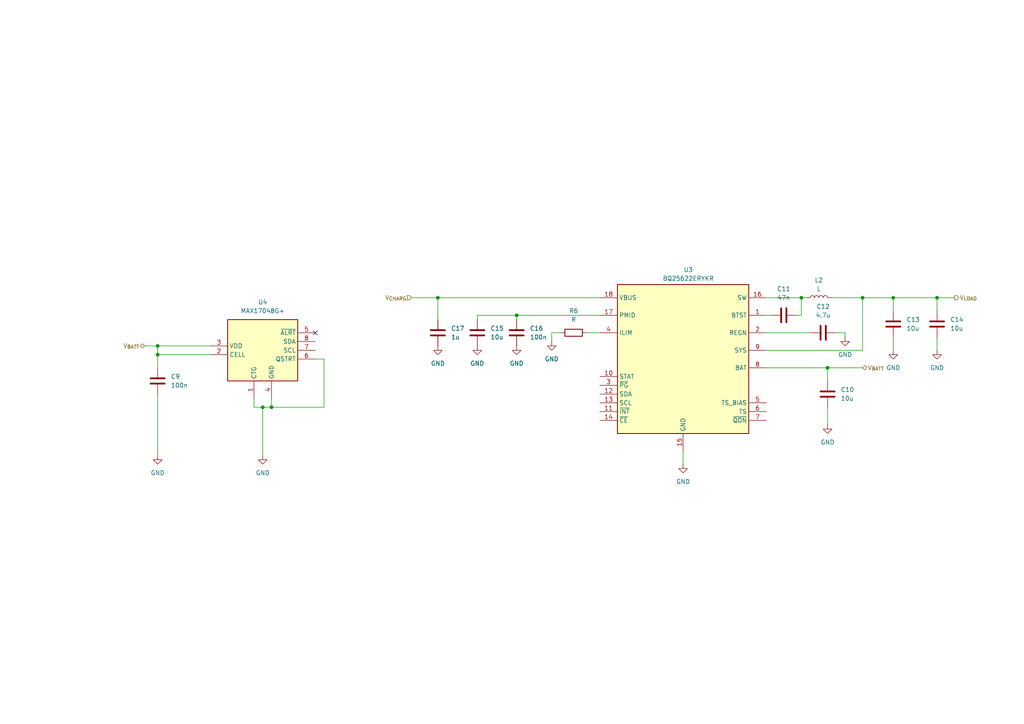
<source format=kicad_sch>
(kicad_sch (version 20250114) (generator "eeschema") (generator_version "9.0")
  (paper "A4")
  (lib_symbols
    (symbol "Device:C" (pin_numbers (hide yes)) (pin_names (offset 0.254))
      (property "Reference" "C" (at 0.635 2.54 0))
      (property "Value" "C" (at 0.635 -2.54 0))
      (symbol "C_0_1"
        (polyline (pts (xy -2.032 0.762) (xy 2.032 0.762)) (stroke (width 0.508)))
        (polyline (pts (xy -2.032 -0.762) (xy 2.032 -0.762)) (stroke (width 0.508)))
      )
      (symbol "C_1_1"
        (pin passive line (at 0 3.81 270) (length 2.794) (name "~") (number "1"))
        (pin passive line (at 0 -3.81 90) (length 2.794) (name "~") (number "2"))
      )
    )
    (symbol "Device:L" (pin_numbers (hide yes)) (pin_names (offset 1.016) (hide yes))
      (property "Reference" "L" (at -1.27 0 90))
      (property "Value" "L" (at 1.905 0 90))
      (symbol "L_0_1"
        (arc (start 0 2.54) (mid 0.6323 1.905) (end 0 1.27))
        (arc (start 0 1.27) (mid 0.6323 0.635) (end 0 0))
        (arc (start 0 0) (mid 0.6323 -0.635) (end 0 -1.27))
        (arc (start 0 -1.27) (mid 0.6323 -1.905) (end 0 -2.54))
      )
      (symbol "L_1_1"
        (pin passive line (at 0 3.81 270) (length 1.27) (name "1") (number "1"))
        (pin passive line (at 0 -3.81 90) (length 1.27) (name "2") (number "2"))
      )
    )
    (symbol "Device:R" (pin_numbers (hide yes)) (pin_names (offset 0))
      (property "Reference" "R" (at 2.032 0 90))
      (property "Value" "R" (at 0 0 90))
      (symbol "R_0_1"
        (rectangle (start -1.016 -2.54) (end 1.016 2.54) (stroke (width 0.254)))
      )
      (symbol "R_1_1"
        (pin passive line (at 0 3.81 270) (length 1.27) (name "~") (number "1"))
        (pin passive line (at 0 -3.81 90) (length 1.27) (name "~") (number "2"))
      )
    )
    (symbol "hwboard-bike-computer:BQ25622ERYKR"
      (property "Reference" "U" (at 20.32 6.858 0))
      (property "Value" "BQ25622ERYKR" (at 17.526 4.572 0))
      (symbol "BQ25622ERYKR_1_1"
        (rectangle (start 5.08 2.54) (end 43.18 -40.64) (stroke (width 0.254)) (fill (type background)))
        (pin passive line (at 0 -1.27 0) (length 5.08) (name "VBUS") (number "18"))
        (pin passive line (at 0 -6.35 0) (length 5.08) (name "PMID") (number "17"))
        (pin passive line (at 0 -11.43 0) (length 5.08) (name "ILIM") (number "4"))
        (pin passive line (at 0 -24.13 0) (length 5.08) (name "STAT") (number "10"))
        (pin passive line (at 0 -26.67 0) (length 5.08) (name "~{PG}") (number "3"))
        (pin passive line (at 0 -29.21 0) (length 5.08) (name "SDA") (number "12"))
        (pin passive line (at 0 -31.75 0) (length 5.08) (name "SCL") (number "13"))
        (pin passive line (at 0 -34.29 0) (length 5.08) (name "~{INT}") (number "11"))
        (pin passive line (at 0 -36.83 0) (length 5.08) (name "~{CE}") (number "14"))
        (pin passive line (at 24.13 -45.72 90) (length 5.08) (name "GND") (number "15"))
        (pin passive line (at 48.26 -1.27 180) (length 5.08) (name "SW") (number "16"))
        (pin passive line (at 48.26 -6.35 180) (length 5.08) (name "BTST") (number "1"))
        (pin passive line (at 48.26 -11.43 180) (length 5.08) (name "REGN") (number "2"))
        (pin passive line (at 48.26 -16.51 180) (length 5.08) (name "SYS") (number "9"))
        (pin passive line (at 48.26 -21.59 180) (length 5.08) (name "BAT") (number "8"))
        (pin passive line (at 48.26 -31.75 180) (length 5.08) (name "TS_BIAS") (number "5"))
        (pin passive line (at 48.26 -34.29 180) (length 5.08) (name "TS") (number "6"))
        (pin passive line (at 48.26 -36.83 180) (length 5.08) (name "~{QON}") (number "7"))
      )
    )
    (symbol "hwboard-bike-computer:MAX17048G+"
      (property "Reference" "U" (at 9.906 7.112 0))
      (property "Value" "MAX17048G+" (at 9.906 4.572 0))
      (symbol "MAX17048G+_1_1"
        (rectangle (start 5.08 2.54) (end 25.4 -15.24) (stroke (width 0.254)) (fill (type background)))
        (pin passive line (at 0 -5.08 0) (length 5.08) (name "VDD") (number "3"))
        (pin passive line (at 0 -7.62 0) (length 5.08) (name "CELL") (number "2"))
        (pin passive line (at 12.7 -20.32 90) (length 5.08) (name "CTG") (number "1"))
        (pin passive line (at 17.78 -20.32 90) (length 5.08) (name "GND") (number "4"))
        (pin passive line (at 17.78 -20.32 90) (length 5.08) (hide yes) (name "EP") (number "9"))
        (pin passive line (at 30.48 -1.27 180) (length 5.08) (name "~{ALRT}") (number "5"))
        (pin passive line (at 30.48 -3.81 180) (length 5.08) (name "SDA") (number "8"))
        (pin passive line (at 30.48 -6.35 180) (length 5.08) (name "SCL") (number "7"))
        (pin passive line (at 30.48 -8.89 180) (length 5.08) (name "QSTRT") (number "6"))
      )
    )
    (symbol "power:GND" (power) (pin_numbers (hide yes)) (pin_names (offset 0) (hide yes))
      (property "Value" "GND" (at 0 -3.81 0))
      (symbol "GND_0_1"
        (polyline (pts (xy 0 0) (xy 0 -1.27) (xy 1.27 -1.27) (xy 0 -2.54) (xy -1.27 -1.27) (xy 0 -1.27)))
      )
      (symbol "GND_1_1"
        (pin power_in line (at 0 0 270) (length 0) (name "~") (number "1"))
      )
    )
  )
  (junction (at 149.86 91.44))
  (junction (at 232.41 86.36))
  (junction (at 271.78 86.36))
  (junction (at 250.19 86.36))
  (junction (at 45.72 102.87))
  (junction (at 240.03 106.68))
  (junction (at 45.72 100.33))
  (junction (at 259.08 86.36))
  (junction (at 78.74 118.11))
  (junction (at 76.2 118.11))
  (junction (at 127 86.36))
  (no_connect (at 91.44 96.52))
  (wire (pts (xy 271.78 86.36) (xy 276.86 86.36)))
  (wire (pts (xy 45.72 100.33) (xy 45.72 102.87)))
  (wire (pts (xy 41.91 100.33) (xy 45.72 100.33)))
  (wire (pts (xy 78.74 115.57) (xy 78.74 118.11)))
  (wire (pts (xy 222.25 96.52) (xy 234.95 96.52)))
  (wire (pts (xy 222.25 86.36) (xy 232.41 86.36)))
  (wire (pts (xy 149.86 91.44) (xy 149.86 92.71)))
  (wire (pts (xy 222.25 91.44) (xy 223.52 91.44)))
  (wire (pts (xy 232.41 91.44) (xy 232.41 86.36)))
  (wire (pts (xy 91.44 104.14) (xy 93.98 104.14)))
  (wire (pts (xy 259.08 86.36) (xy 259.08 90.17)))
  (wire (pts (xy 232.41 86.36) (xy 233.68 86.36)))
  (wire (pts (xy 240.03 106.68) (xy 240.03 110.49)))
  (wire (pts (xy 222.25 101.6) (xy 250.19 101.6)))
  (wire (pts (xy 93.98 118.11) (xy 78.74 118.11)))
  (wire (pts (xy 119.38 86.36) (xy 127 86.36)))
  (wire (pts (xy 138.43 92.71) (xy 138.43 91.44)))
  (wire (pts (xy 198.12 130.81) (xy 198.12 134.62)))
  (wire (pts (xy 45.72 102.87) (xy 60.96 102.87)))
  (wire (pts (xy 73.66 118.11) (xy 73.66 115.57)))
  (wire (pts (xy 127 86.36) (xy 127 92.71)))
  (wire (pts (xy 45.72 100.33) (xy 60.96 100.33)))
  (wire (pts (xy 138.43 91.44) (xy 149.86 91.44)))
  (wire (pts (xy 170.18 96.52) (xy 173.99 96.52)))
  (wire (pts (xy 222.25 106.68) (xy 240.03 106.68)))
  (wire (pts (xy 160.02 96.52) (xy 162.56 96.52)))
  (wire (pts (xy 240.03 118.11) (xy 240.03 123.19)))
  (wire (pts (xy 250.19 101.6) (xy 250.19 86.36)))
  (wire (pts (xy 240.03 106.68) (xy 250.19 106.68)))
  (wire (pts (xy 259.08 97.79) (xy 259.08 101.6)))
  (wire (pts (xy 259.08 86.36) (xy 250.19 86.36)))
  (wire (pts (xy 76.2 132.08) (xy 76.2 118.11)))
  (wire (pts (xy 127 86.36) (xy 173.99 86.36)))
  (wire (pts (xy 271.78 97.79) (xy 271.78 101.6)))
  (wire (pts (xy 93.98 104.14) (xy 93.98 118.11)))
  (wire (pts (xy 242.57 96.52) (xy 245.11 96.52)))
  (wire (pts (xy 45.72 114.3) (xy 45.72 132.08)))
  (wire (pts (xy 76.2 118.11) (xy 78.74 118.11)))
  (wire (pts (xy 245.11 96.52) (xy 245.11 97.79)))
  (wire (pts (xy 149.86 91.44) (xy 173.99 91.44)))
  (wire (pts (xy 271.78 86.36) (xy 259.08 86.36)))
  (wire (pts (xy 160.02 99.06) (xy 160.02 96.52)))
  (wire (pts (xy 250.19 86.36) (xy 241.3 86.36)))
  (wire (pts (xy 231.14 91.44) (xy 232.41 91.44)))
  (wire (pts (xy 76.2 118.11) (xy 73.66 118.11)))
  (wire (pts (xy 271.78 90.17) (xy 271.78 86.36)))
  (wire (pts (xy 45.72 102.87) (xy 45.72 106.68)))
  (hierarchical_label "V_{CHARG}" (shape input) (at 119.38 86.36 180))
  (hierarchical_label "V_{BATT}" (shape bidirectional) (at 250.19 106.68 0))
  (hierarchical_label "V_{BATT}" (shape bidirectional) (at 41.91 100.33 180))
  (hierarchical_label "V_{LOAD}" (shape output) (at 276.86 86.36 0))
  (symbol (lib_id "power:GND") (at 271.78 101.6 0) (unit 1)
    (property "Reference" "#PWR018" (effects (hide yes)))
    (property "Value" "GND" (at 271.78 106.68 0))
    (property "Description" "Power symbol creates a global label with name \"GND\" , ground" (effects (hide yes)))
  )
  (symbol (lib_id "power:GND") (at 160.02 99.06 0) (unit 1)
    (property "Reference" "#PWR021" (effects (hide yes)))
    (property "Value" "GND" (at 160.02 104.14 0))
    (property "Description" "Power symbol creates a global label with name \"GND\" , ground" (effects (hide yes)))
  )
  (symbol (lib_id "Device:C") (at 238.76 96.52 270) (unit 1)
    (property "Reference" "C12" (at 238.76 88.9 90))
    (property "Value" "4.7u" (at 238.76 91.44 90))
    (property "Description" "Unpolarized capacitor" (effects (hide yes)))
  )
  (symbol (lib_id "power:GND") (at 240.03 123.19 0) (unit 1)
    (property "Reference" "#PWR019" (effects (hide yes)))
    (property "Value" "GND" (at 240.03 128.27 0))
    (property "Description" "Power symbol creates a global label with name \"GND\" , ground" (effects (hide yes)))
  )
  (symbol (lib_id "Device:C") (at 271.78 93.98 0) (unit 1)
    (property "Reference" "C14" (at 275.59 92.7099 0) (effects (justify left)))
    (property "Value" "10u" (at 275.59 95.2499 0) (effects (justify left)))
    (property "Description" "Unpolarized capacitor" (effects (hide yes)))
  )
  (symbol (lib_id "power:GND") (at 149.86 100.33 0) (unit 1)
    (property "Reference" "#PWR023" (effects (hide yes)))
    (property "Value" "GND" (at 149.86 105.41 0))
    (property "Description" "Power symbol creates a global label with name \"GND\" , ground" (effects (hide yes)))
  )
  (symbol (lib_id "Device:C") (at 240.03 114.3 0) (unit 1)
    (property "Reference" "C10" (at 243.84 113.0299 0) (effects (justify left)))
    (property "Value" "10u" (at 243.84 115.5699 0) (effects (justify left)))
    (property "Description" "Unpolarized capacitor" (effects (hide yes)))
  )
  (symbol (lib_id "power:GND") (at 198.12 134.62 0) (unit 1)
    (property "Reference" "#PWR020" (effects (hide yes)))
    (property "Value" "GND" (at 198.12 139.7 0))
    (property "Description" "Power symbol creates a global label with name \"GND\" , ground" (effects (hide yes)))
  )
  (symbol (lib_id "hwboard-bike-computer:BQ25622ERYKR") (at 173.99 85.09 0) (unit 1)
    (property "Reference" "U3" (at 199.644 78.232 0))
    (property "Value" "BQ25622ERYKR" (at 199.644 80.772 0))
    (property "Footprint" "hwboard-bike-computer:BQ25622ERYKR" (effects (hide yes)))
    (property "Datasheet" "https://www.ti.com/lit/ds/symlink/bq25622e.pdf?HQS=dis-mous-null-mousermode-dsf-pf-null-wwe" (effects (hide yes)))
    (property "Description" "Battery Management IC controlled one-cell 3-A buck battery charger with up to 18-V input, current limit, and ADC" (effects (hide yes)))
    (property "Height" "0.8" (effects (hide yes)))
    (property "Manufacturer_Name" "Texas Instruments" (effects (hide yes)))
    (property "Manufacturer_Part_Number" "BQ25622ERYKR" (effects (hide yes)))
    (property "Mouser Part Number" "595-BQ25622ERYKR" (effects (hide yes)))
    (property "Mouser Price/Stock" "https://www.mouser.co.uk/ProductDetail/Texas-Instruments/BQ25622ERYKR?qs=1Kr7Jg1SGW%2FNPi02DrLnNQ%3D%3D" (effects (hide yes)))
    (property "Arrow Part Number" "BQ25622ERYKR" (effects (hide yes)))
    (property "Arrow Price/Stock" "https://www.arrow.com/en/products/bq25622erykr/texas-instruments?utm_currency=USD&region=nac" (effects (hide yes)))
  )
  (symbol (lib_id "power:GND") (at 138.43 100.33 0) (unit 1)
    (property "Reference" "#PWR022" (effects (hide yes)))
    (property "Value" "GND" (at 138.43 105.41 0))
    (property "Description" "Power symbol creates a global label with name \"GND\" , ground" (effects (hide yes)))
  )
  (symbol (lib_id "power:GND") (at 45.72 132.08 0) (unit 1)
    (property "Reference" "#PWR015" (effects (hide yes)))
    (property "Value" "GND" (at 45.72 137.16 0))
    (property "Description" "Power symbol creates a global label with name \"GND\" , ground" (effects (hide yes)))
  )
  (symbol (lib_id "hwboard-bike-computer:MAX17048G+") (at 60.96 95.25 0) (unit 1)
    (property "Reference" "U4" (at 76.2 87.63 0))
    (property "Value" "MAX17048G+" (at 76.2 90.17 0))
    (property "Footprint" "Package_DFN_QFN:TDFN-8-1EP_2x2mm_P0.5mm_EP0.8x1.2mm" (effects (hide yes)))
    (property "Datasheet" "https://www.analog.com/MAX17048/datasheet" (effects (hide yes)))
    (property "Description" "3A 1-Cell/2-Cell Fuel Gauge with ModelGauge" (effects (hide yes)))
    (property "Height" "0.8" (effects (hide yes)))
    (property "Manufacturer_Name" "Analog Devices" (effects (hide yes)))
    (property "Manufacturer_Part_Number" "MAX17048G+" (effects (hide yes)))
    (property "Mouser Part Number" "700-MAX17048G+" (effects (hide yes)))
    (property "Mouser Price/Stock" "https://www.mouser.co.uk/ProductDetail/Analog-Devices-Maxim-Integrated/MAX17048G%2b?qs=D7PJwyCwLArjnts0jPerYw%3D%3D" (effects (hide yes)))
  )
  (symbol (lib_id "power:GND") (at 259.08 101.6 0) (unit 1)
    (property "Reference" "#PWR017" (effects (hide yes)))
    (property "Value" "GND" (at 259.08 106.68 0))
    (property "Description" "Power symbol creates a global label with name \"GND\" , ground" (effects (hide yes)))
  )
  (symbol (lib_id "power:GND") (at 76.2 132.08 0) (unit 1)
    (property "Reference" "#PWR014" (effects (hide yes)))
    (property "Value" "GND" (at 76.2 137.16 0))
    (property "Description" "Power symbol creates a global label with name \"GND\" , ground" (effects (hide yes)))
  )
  (symbol (lib_id "Device:C") (at 227.33 91.44 90) (unit 1)
    (property "Reference" "C11" (at 227.33 83.82 90))
    (property "Value" "47n" (at 227.33 86.36 90))
    (property "Description" "Unpolarized capacitor" (effects (hide yes)))
  )
  (symbol (lib_id "Device:C") (at 149.86 96.52 0) (unit 1)
    (property "Reference" "C16" (at 153.67 95.2499 0) (effects (justify left)))
    (property "Value" "100n" (at 153.67 97.7899 0) (effects (justify left)))
    (property "Description" "Unpolarized capacitor" (effects (hide yes)))
  )
  (symbol (lib_id "Device:C") (at 45.72 110.49 0) (unit 1)
    (property "Reference" "C9" (at 49.53 109.2199 0) (effects (justify left)))
    (property "Value" "100n" (at 49.53 111.7599 0) (effects (justify left)))
    (property "Description" "Unpolarized capacitor" (effects (hide yes)))
  )
  (symbol (lib_id "Device:L") (at 237.49 86.36 90) (unit 1)
    (property "Reference" "L2" (at 237.49 81.28 90))
    (property "Value" "L" (at 237.49 83.82 90))
    (property "Description" "Inductor" (effects (hide yes)))
  )
  (symbol (lib_id "Device:C") (at 138.43 96.52 0) (unit 1)
    (property "Reference" "C15" (at 142.24 95.2499 0) (effects (justify left)))
    (property "Value" "10u" (at 142.24 97.7899 0) (effects (justify left)))
    (property "Description" "Unpolarized capacitor" (effects (hide yes)))
  )
  (symbol (lib_id "Device:C") (at 127 96.52 0) (unit 1)
    (property "Reference" "C17" (at 130.81 95.2499 0) (effects (justify left)))
    (property "Value" "1u" (at 130.81 97.7899 0) (effects (justify left)))
    (property "Description" "Unpolarized capacitor" (effects (hide yes)))
  )
  (symbol (lib_id "Device:R") (at 166.37 96.52 270) (unit 1)
    (property "Reference" "R6" (at 166.37 90.17 90))
    (property "Value" "R" (at 166.37 92.71 90))
    (property "Description" "Resistor" (effects (hide yes)))
  )
  (symbol (lib_id "Device:C") (at 259.08 93.98 0) (unit 1)
    (property "Reference" "C13" (at 262.89 92.7099 0) (effects (justify left)))
    (property "Value" "10u" (at 262.89 95.2499 0) (effects (justify left)))
    (property "Description" "Unpolarized capacitor" (effects (hide yes)))
  )
  (symbol (lib_id "power:GND") (at 127 100.33 0) (unit 1)
    (property "Reference" "#PWR024" (effects (hide yes)))
    (property "Value" "GND" (at 127 105.41 0))
    (property "Description" "Power symbol creates a global label with name \"GND\" , ground" (effects (hide yes)))
  )
  (symbol (lib_id "power:GND") (at 245.11 97.79 0) (unit 1)
    (property "Reference" "#PWR016" (effects (hide yes)))
    (property "Value" "GND" (at 245.11 102.87 0))
    (property "Description" "Power symbol creates a global label with name \"GND\" , ground" (effects (hide yes)))
  )
)
</source>
